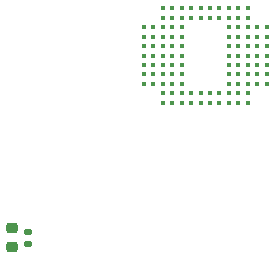
<source format=gbr>
%TF.GenerationSoftware,KiCad,Pcbnew,8.0.9*%
%TF.CreationDate,2025-03-13T22:53:30+08:00*%
%TF.ProjectId,Raspberry_pi_IMX662,52617370-6265-4727-9279-5f70695f494d,rev?*%
%TF.SameCoordinates,Original*%
%TF.FileFunction,Paste,Bot*%
%TF.FilePolarity,Positive*%
%FSLAX46Y46*%
G04 Gerber Fmt 4.6, Leading zero omitted, Abs format (unit mm)*
G04 Created by KiCad (PCBNEW 8.0.9) date 2025-03-13 22:53:30*
%MOMM*%
%LPD*%
G01*
G04 APERTURE LIST*
G04 Aperture macros list*
%AMRoundRect*
0 Rectangle with rounded corners*
0 $1 Rounding radius*
0 $2 $3 $4 $5 $6 $7 $8 $9 X,Y pos of 4 corners*
0 Add a 4 corners polygon primitive as box body*
4,1,4,$2,$3,$4,$5,$6,$7,$8,$9,$2,$3,0*
0 Add four circle primitives for the rounded corners*
1,1,$1+$1,$2,$3*
1,1,$1+$1,$4,$5*
1,1,$1+$1,$6,$7*
1,1,$1+$1,$8,$9*
0 Add four rect primitives between the rounded corners*
20,1,$1+$1,$2,$3,$4,$5,0*
20,1,$1+$1,$4,$5,$6,$7,0*
20,1,$1+$1,$6,$7,$8,$9,0*
20,1,$1+$1,$8,$9,$2,$3,0*%
G04 Aperture macros list end*
%ADD10RoundRect,0.135000X-0.185000X0.135000X-0.185000X-0.135000X0.185000X-0.135000X0.185000X0.135000X0*%
%ADD11RoundRect,0.218750X-0.256250X0.218750X-0.256250X-0.218750X0.256250X-0.218750X0.256250X0.218750X0*%
%ADD12C,0.400000*%
G04 APERTURE END LIST*
D10*
%TO.C,R6*%
X123600000Y-115990000D03*
X123600000Y-117010000D03*
%TD*%
D11*
%TO.C,D1*%
X122250000Y-115660000D03*
X122250000Y-117235000D03*
%TD*%
D12*
%TO.C,U1*%
X133400000Y-98650000D03*
X133400000Y-99450000D03*
X133400000Y-100250000D03*
X133400000Y-101050000D03*
X133400000Y-101850000D03*
X133400000Y-102650000D03*
X133400000Y-103450000D03*
X134200000Y-98650000D03*
X134200000Y-99450000D03*
X134200000Y-100250000D03*
X134200000Y-101050000D03*
X134200000Y-101850000D03*
X134200000Y-102650000D03*
X134200000Y-103450000D03*
X135000000Y-97050000D03*
X135000000Y-97850000D03*
X135000000Y-98650000D03*
X135000000Y-99450000D03*
X135000000Y-100250000D03*
X135000000Y-101050000D03*
X135000000Y-101850000D03*
X135000000Y-102650000D03*
X135000000Y-103450000D03*
X135000000Y-104250000D03*
X135000000Y-105050000D03*
X135800000Y-97050000D03*
X135800000Y-97850000D03*
X135800000Y-98650000D03*
X135800000Y-99450000D03*
X135800000Y-100250000D03*
X135800000Y-101050000D03*
X135800000Y-101850000D03*
X135800000Y-102650000D03*
X135800000Y-103450000D03*
X135800000Y-104250000D03*
X135800000Y-105050000D03*
X136600000Y-97050000D03*
X136600000Y-97850000D03*
X136600000Y-98650000D03*
X136600000Y-99450000D03*
X136600000Y-100250000D03*
X136600000Y-101050000D03*
X136600000Y-101850000D03*
X136600000Y-102650000D03*
X136600000Y-103450000D03*
X136600000Y-104250000D03*
X136600000Y-105050000D03*
X137400000Y-97050000D03*
X137400000Y-97850000D03*
X137400000Y-104250000D03*
X137400000Y-105050000D03*
X138200000Y-97050000D03*
X138200000Y-97850000D03*
X138200000Y-104250000D03*
X138200000Y-105050000D03*
X139000000Y-97050000D03*
X139000000Y-97850000D03*
X139000000Y-104250000D03*
X139000000Y-105050000D03*
X139800000Y-97050000D03*
X139800000Y-97850000D03*
X139800000Y-104250000D03*
X139800000Y-105050000D03*
X140600000Y-97050000D03*
X140600000Y-97850000D03*
X140600000Y-98650000D03*
X140600000Y-99450000D03*
X140600000Y-100250000D03*
X140600000Y-101050000D03*
X140600000Y-101850000D03*
X140600000Y-102650000D03*
X140600000Y-103450000D03*
X140600000Y-104250000D03*
X140600000Y-105050000D03*
X141400000Y-97050000D03*
X141400000Y-97850000D03*
X141400000Y-98650000D03*
X141400000Y-99450000D03*
X141400000Y-100250000D03*
X141400000Y-101050000D03*
X141400000Y-101850000D03*
X141400000Y-102650000D03*
X141400000Y-103450000D03*
X141400000Y-104250000D03*
X141400000Y-105050000D03*
X142200000Y-97050000D03*
X142200000Y-97850000D03*
X142200000Y-98650000D03*
X142200000Y-99450000D03*
X142200000Y-100250000D03*
X142200000Y-101050000D03*
X142200000Y-101850000D03*
X142200000Y-102650000D03*
X142200000Y-103450000D03*
X142200000Y-104250000D03*
X142200000Y-105050000D03*
X143000000Y-98650000D03*
X143000000Y-99450000D03*
X143000000Y-100250000D03*
X143000000Y-101050000D03*
X143000000Y-101850000D03*
X143000000Y-102650000D03*
X143000000Y-103450000D03*
X143800000Y-98650000D03*
X143800000Y-99450000D03*
X143800000Y-100250000D03*
X143800000Y-101050000D03*
X143800000Y-101850000D03*
X143800000Y-102650000D03*
X143800000Y-103450000D03*
%TD*%
M02*

</source>
